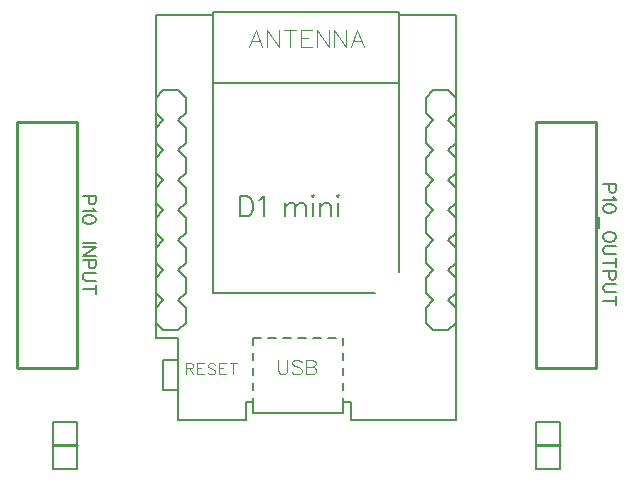
<source format=gto>
G04 Layer: TopSilkscreenLayer*
G04 EasyEDA v6.5.22, 2023-02-12 11:26:09*
G04 89482fe2ee7e448c8a158914ca70a71c,57889503967a4714bf52c07adae62c9a,10*
G04 Gerber Generator version 0.2*
G04 Scale: 100 percent, Rotated: No, Reflected: No *
G04 Dimensions in millimeters *
G04 leading zeros omitted , absolute positions ,4 integer and 5 decimal *
%FSLAX45Y45*%
%MOMM*%

%ADD10C,0.1524*%
%ADD11C,0.1219*%
%ADD12C,0.1422*%
%ADD13C,0.0813*%
%ADD14C,0.1016*%
%ADD15C,0.2540*%
%ADD16C,0.2032*%
%ADD17C,0.1270*%
%ADD18C,0.0109*%

%LPD*%
D10*
X6020013Y6910542D02*
G01*
X5911047Y6910542D01*
X6020013Y6910542D02*
G01*
X6020013Y6863806D01*
X6014933Y6848058D01*
X6009853Y6842978D01*
X5999439Y6837644D01*
X5983691Y6837644D01*
X5973277Y6842978D01*
X5968197Y6848058D01*
X5962863Y6863806D01*
X5962863Y6910542D01*
X5999439Y6803354D02*
G01*
X6004519Y6793194D01*
X6020013Y6777446D01*
X5911047Y6777446D01*
X6020013Y6711914D02*
G01*
X6014933Y6727662D01*
X5999439Y6738076D01*
X5973277Y6743156D01*
X5957783Y6743156D01*
X5931875Y6738076D01*
X5916127Y6727662D01*
X5911047Y6711914D01*
X5911047Y6701754D01*
X5916127Y6686006D01*
X5931875Y6675592D01*
X5957783Y6670512D01*
X5973277Y6670512D01*
X5999439Y6675592D01*
X6014933Y6686006D01*
X6020013Y6701754D01*
X6020013Y6711914D01*
X5874725Y6636222D02*
G01*
X5874725Y6542750D01*
X6020013Y6477218D02*
G01*
X6014933Y6487632D01*
X6004519Y6498046D01*
X5994105Y6503126D01*
X5978611Y6508460D01*
X5952703Y6508460D01*
X5936955Y6503126D01*
X5926541Y6498046D01*
X5916127Y6487632D01*
X5911047Y6477218D01*
X5911047Y6456390D01*
X5916127Y6445976D01*
X5926541Y6435562D01*
X5936955Y6430482D01*
X5952703Y6425148D01*
X5978611Y6425148D01*
X5994105Y6430482D01*
X6004519Y6435562D01*
X6014933Y6445976D01*
X6020013Y6456390D01*
X6020013Y6477218D01*
X6020013Y6390858D02*
G01*
X5942289Y6390858D01*
X5926541Y6385778D01*
X5916127Y6375364D01*
X5911047Y6359870D01*
X5911047Y6349456D01*
X5916127Y6333708D01*
X5926541Y6323294D01*
X5942289Y6318214D01*
X6020013Y6318214D01*
X6020013Y6247602D02*
G01*
X5911047Y6247602D01*
X6020013Y6283924D02*
G01*
X6020013Y6211280D01*
X6020013Y6176990D02*
G01*
X5911047Y6176990D01*
X6020013Y6176990D02*
G01*
X6020013Y6130254D01*
X6014933Y6114506D01*
X6009853Y6109426D01*
X5999439Y6104092D01*
X5983691Y6104092D01*
X5973277Y6109426D01*
X5968197Y6114506D01*
X5962863Y6130254D01*
X5962863Y6176990D01*
X6020013Y6069802D02*
G01*
X5942289Y6069802D01*
X5926541Y6064722D01*
X5916127Y6054308D01*
X5911047Y6038814D01*
X5911047Y6028400D01*
X5916127Y6012652D01*
X5926541Y6002238D01*
X5942289Y5997158D01*
X6020013Y5997158D01*
X6020013Y5926546D02*
G01*
X5911047Y5926546D01*
X6020013Y5962868D02*
G01*
X6020013Y5890224D01*
D11*
X2969199Y8218170D02*
G01*
X2913827Y8072881D01*
X2969199Y8218170D02*
G01*
X3024571Y8072881D01*
X2934655Y8121395D02*
G01*
X3003997Y8121395D01*
X3070291Y8218170D02*
G01*
X3070291Y8072881D01*
X3070291Y8218170D02*
G01*
X3167319Y8072881D01*
X3167319Y8218170D02*
G01*
X3167319Y8072881D01*
X3261553Y8218170D02*
G01*
X3261553Y8072881D01*
X3213039Y8218170D02*
G01*
X3310067Y8218170D01*
X3355787Y8218170D02*
G01*
X3355787Y8072881D01*
X3355787Y8218170D02*
G01*
X3445957Y8218170D01*
X3355787Y8149081D02*
G01*
X3411159Y8149081D01*
X3355787Y8072881D02*
G01*
X3445957Y8072881D01*
X3491677Y8218170D02*
G01*
X3491677Y8072881D01*
X3491677Y8218170D02*
G01*
X3588451Y8072881D01*
X3588451Y8218170D02*
G01*
X3588451Y8072881D01*
X3634171Y8218170D02*
G01*
X3634171Y8072881D01*
X3634171Y8218170D02*
G01*
X3731199Y8072881D01*
X3731199Y8218170D02*
G01*
X3731199Y8072881D01*
X3832291Y8218170D02*
G01*
X3776919Y8072881D01*
X3832291Y8218170D02*
G01*
X3887917Y8072881D01*
X3797747Y8121395D02*
G01*
X3867089Y8121395D01*
D12*
X2833817Y6808723D02*
G01*
X2833817Y6639052D01*
X2833817Y6808723D02*
G01*
X2890459Y6808723D01*
X2914589Y6800850D01*
X2930845Y6784594D01*
X2938973Y6768337D01*
X2946847Y6744208D01*
X2946847Y6703821D01*
X2938973Y6679437D01*
X2930845Y6663436D01*
X2914589Y6647179D01*
X2890459Y6639052D01*
X2833817Y6639052D01*
X3000187Y6776465D02*
G01*
X3016443Y6784594D01*
X3040827Y6808723D01*
X3040827Y6639052D01*
X3218627Y6752336D02*
G01*
X3218627Y6639052D01*
X3218627Y6719823D02*
G01*
X3242757Y6744208D01*
X3259013Y6752336D01*
X3283143Y6752336D01*
X3299399Y6744208D01*
X3307527Y6719823D01*
X3307527Y6639052D01*
X3307527Y6719823D02*
G01*
X3331657Y6744208D01*
X3347913Y6752336D01*
X3372043Y6752336D01*
X3388299Y6744208D01*
X3396427Y6719823D01*
X3396427Y6639052D01*
X3449767Y6808723D02*
G01*
X3457641Y6800850D01*
X3465769Y6808723D01*
X3457641Y6816852D01*
X3449767Y6808723D01*
X3457641Y6752336D02*
G01*
X3457641Y6639052D01*
X3519109Y6752336D02*
G01*
X3519109Y6639052D01*
X3519109Y6719823D02*
G01*
X3543493Y6744208D01*
X3559495Y6752336D01*
X3583879Y6752336D01*
X3599881Y6744208D01*
X3608009Y6719823D01*
X3608009Y6639052D01*
X3661349Y6808723D02*
G01*
X3669477Y6800850D01*
X3677605Y6808723D01*
X3669477Y6816852D01*
X3661349Y6808723D01*
X3669477Y6752336D02*
G01*
X3669477Y6639052D01*
D13*
X2377887Y5398515D02*
G01*
X2377887Y5301487D01*
X2377887Y5398515D02*
G01*
X2419543Y5398515D01*
X2433259Y5393689D01*
X2437831Y5389118D01*
X2442657Y5379973D01*
X2442657Y5370829D01*
X2437831Y5361431D01*
X2433259Y5356860D01*
X2419543Y5352287D01*
X2377887Y5352287D01*
X2410145Y5352287D02*
G01*
X2442657Y5301487D01*
X2473137Y5398515D02*
G01*
X2473137Y5301487D01*
X2473137Y5398515D02*
G01*
X2533081Y5398515D01*
X2473137Y5352287D02*
G01*
X2509967Y5352287D01*
X2473137Y5301487D02*
G01*
X2533081Y5301487D01*
X2628077Y5384545D02*
G01*
X2618933Y5393689D01*
X2605217Y5398515D01*
X2586675Y5398515D01*
X2572705Y5393689D01*
X2563561Y5384545D01*
X2563561Y5375402D01*
X2568133Y5366004D01*
X2572705Y5361431D01*
X2582103Y5356860D01*
X2609789Y5347715D01*
X2618933Y5342889D01*
X2623505Y5338318D01*
X2628077Y5329173D01*
X2628077Y5315204D01*
X2618933Y5306060D01*
X2605217Y5301487D01*
X2586675Y5301487D01*
X2572705Y5306060D01*
X2563561Y5315204D01*
X2658557Y5398515D02*
G01*
X2658557Y5301487D01*
X2658557Y5398515D02*
G01*
X2718755Y5398515D01*
X2658557Y5352287D02*
G01*
X2695641Y5352287D01*
X2658557Y5301487D02*
G01*
X2718755Y5301487D01*
X2781493Y5398515D02*
G01*
X2781493Y5301487D01*
X2749235Y5398515D02*
G01*
X2813751Y5398515D01*
D14*
X3158937Y5424170D02*
G01*
X3158937Y5337555D01*
X3164779Y5320029D01*
X3176209Y5308600D01*
X3193481Y5302757D01*
X3205165Y5302757D01*
X3222437Y5308600D01*
X3233867Y5320029D01*
X3239709Y5337555D01*
X3239709Y5424170D01*
X3358581Y5406644D02*
G01*
X3347151Y5418328D01*
X3329879Y5424170D01*
X3306765Y5424170D01*
X3289493Y5418328D01*
X3277809Y5406644D01*
X3277809Y5395213D01*
X3283651Y5383529D01*
X3289493Y5377942D01*
X3300923Y5372100D01*
X3335467Y5360670D01*
X3347151Y5354828D01*
X3352993Y5348986D01*
X3358581Y5337555D01*
X3358581Y5320029D01*
X3347151Y5308600D01*
X3329879Y5302757D01*
X3306765Y5302757D01*
X3289493Y5308600D01*
X3277809Y5320029D01*
X3396681Y5424170D02*
G01*
X3396681Y5302757D01*
X3396681Y5424170D02*
G01*
X3448751Y5424170D01*
X3466023Y5418328D01*
X3471865Y5412486D01*
X3477707Y5401055D01*
X3477707Y5389371D01*
X3471865Y5377942D01*
X3466023Y5372100D01*
X3448751Y5366257D01*
X3396681Y5366257D02*
G01*
X3448751Y5366257D01*
X3466023Y5360670D01*
X3471865Y5354828D01*
X3477707Y5343144D01*
X3477707Y5325871D01*
X3471865Y5314442D01*
X3466023Y5308600D01*
X3448751Y5302757D01*
X3396681Y5302757D01*
D10*
X1615363Y6815152D02*
G01*
X1506143Y6815152D01*
X1615363Y6815152D02*
G01*
X1615363Y6768416D01*
X1610029Y6752668D01*
X1604949Y6747588D01*
X1594535Y6742254D01*
X1579041Y6742254D01*
X1568627Y6747588D01*
X1563293Y6752668D01*
X1558213Y6768416D01*
X1558213Y6815152D01*
X1594535Y6707964D02*
G01*
X1599869Y6697550D01*
X1615363Y6682056D01*
X1506143Y6682056D01*
X1615363Y6616524D02*
G01*
X1610029Y6632272D01*
X1594535Y6642686D01*
X1568627Y6647766D01*
X1552879Y6647766D01*
X1526971Y6642686D01*
X1511477Y6632272D01*
X1506143Y6616524D01*
X1506143Y6606110D01*
X1511477Y6590616D01*
X1526971Y6580202D01*
X1552879Y6575122D01*
X1568627Y6575122D01*
X1594535Y6580202D01*
X1610029Y6590616D01*
X1615363Y6606110D01*
X1615363Y6616524D01*
X1469821Y6540832D02*
G01*
X1469821Y6447106D01*
X1615363Y6412816D02*
G01*
X1506143Y6412816D01*
X1615363Y6378526D02*
G01*
X1506143Y6378526D01*
X1615363Y6378526D02*
G01*
X1506143Y6305882D01*
X1615363Y6305882D02*
G01*
X1506143Y6305882D01*
X1615363Y6271592D02*
G01*
X1506143Y6271592D01*
X1615363Y6271592D02*
G01*
X1615363Y6224856D01*
X1610029Y6209362D01*
X1604949Y6204028D01*
X1594535Y6198948D01*
X1579041Y6198948D01*
X1568627Y6204028D01*
X1563293Y6209362D01*
X1558213Y6224856D01*
X1558213Y6271592D01*
X1615363Y6164658D02*
G01*
X1537385Y6164658D01*
X1521891Y6159324D01*
X1511477Y6148910D01*
X1506143Y6133416D01*
X1506143Y6123002D01*
X1511477Y6107508D01*
X1521891Y6097094D01*
X1537385Y6091760D01*
X1615363Y6091760D01*
X1615363Y6021148D02*
G01*
X1506143Y6021148D01*
X1615363Y6057470D02*
G01*
X1615363Y5984826D01*
D15*
X5853988Y7441384D02*
G01*
X5853988Y5359379D01*
X5853988Y5359379D02*
G01*
X5345988Y5359379D01*
X5853988Y7441387D02*
G01*
X5345988Y7441387D01*
X5345988Y7441387D02*
G01*
X5345988Y5359379D01*
X1453995Y4700193D02*
G01*
X1251455Y4700193D01*
D16*
X1453995Y4899050D02*
G01*
X1453995Y4498390D01*
X1251455Y4498390D01*
X1251455Y4899050D01*
X1453995Y4899050D01*
D15*
X5548528Y4700193D02*
G01*
X5345988Y4700193D01*
D16*
X5548528Y4899050D02*
G01*
X5548528Y4498390D01*
X5345988Y4498390D01*
X5345988Y4899050D01*
X5548528Y4899050D01*
D17*
X2123887Y6883400D02*
G01*
X2187387Y6946900D01*
X2123887Y7010400D01*
X2123887Y7137400D01*
X2187387Y7200900D01*
X2123887Y7264400D01*
X2123887Y7391400D01*
X2187387Y7454900D01*
X2123887Y7518400D01*
X2123887Y7645400D01*
X2187387Y7708900D01*
X2314387Y7708900D01*
X2377887Y7645400D01*
X2377887Y7518400D01*
X2314387Y7454900D01*
X2377887Y7391400D01*
X2377887Y7264400D01*
X2314387Y7200900D01*
X2377887Y7137400D01*
X2377887Y7010400D01*
X2314387Y6946900D01*
X2377887Y6883400D01*
X2377887Y6756400D01*
X2314387Y6692900D01*
X2377887Y6629400D01*
X2377887Y6502400D01*
X2314387Y6438900D01*
X2377887Y6375400D01*
X2377887Y6248400D01*
X2314387Y6184900D01*
X2377887Y6121400D01*
X2377887Y5994400D01*
X2314387Y5930900D01*
X2377887Y5867400D01*
X2377887Y5740400D01*
X2314387Y5676900D01*
X2187387Y5676900D01*
X2123887Y5740400D01*
X2123887Y6756400D02*
G01*
X2187387Y6692900D01*
X2123887Y6629400D01*
X2123887Y6502400D02*
G01*
X2187387Y6438900D01*
X2123887Y6375400D01*
X2123887Y6248400D02*
G01*
X2187387Y6184900D01*
X2123887Y6121400D01*
X2123887Y5994400D02*
G01*
X2187387Y5930900D01*
X2123887Y5867400D01*
X2123887Y7645400D02*
G01*
X2123887Y8343900D01*
X2606487Y8343900D01*
X2606487Y7772400D01*
X4181287Y7772400D01*
X4181287Y6172200D01*
X4181287Y7772400D02*
G01*
X4181287Y8343900D01*
X4663887Y8343900D01*
X4663887Y7645400D01*
X4663887Y7518400D01*
X4663887Y7391400D01*
X4663887Y7264400D01*
X4663887Y7137400D01*
X4663887Y7010400D01*
X4663887Y4914900D01*
X3774887Y4914900D01*
X3774887Y5067300D01*
X3711387Y5067300D01*
X3711387Y5105400D01*
X2123887Y7137400D02*
G01*
X2123887Y7264400D01*
X2123887Y7391400D02*
G01*
X2123887Y7518400D01*
X4663887Y7010400D02*
G01*
X4600387Y6946900D01*
X4663887Y6883400D01*
X4663887Y6756400D02*
G01*
X4600387Y6692900D01*
X4663887Y6629400D01*
X4663887Y6502400D02*
G01*
X4600387Y6438900D01*
X4663887Y6375400D01*
X4663887Y6248400D02*
G01*
X4600387Y6184900D01*
X4663887Y6121400D01*
X4663887Y5994400D02*
G01*
X4600387Y5930900D01*
X4663887Y5867400D01*
X4663887Y5740400D02*
G01*
X4600387Y5676900D01*
X4473387Y5676900D01*
X4409887Y5740400D01*
X4409887Y5867400D01*
X4473387Y5930900D01*
X4409887Y5994400D01*
X4409887Y6121400D01*
X4473387Y6184900D01*
X4409887Y6248400D01*
X4409887Y6375400D01*
X4473387Y6438900D01*
X4409887Y6502400D01*
X4409887Y6629400D01*
X4473387Y6692900D01*
X4409887Y6756400D01*
X4409887Y6883400D01*
X4473387Y6946900D01*
X4409887Y7010400D01*
X4409887Y7137400D01*
X4473387Y7200900D01*
X4409887Y7264400D01*
X4409887Y7391400D01*
X4473387Y7454900D01*
X4409887Y7518400D01*
X4409887Y7645400D01*
X4473387Y7708900D01*
X4600387Y7708900D01*
X4663887Y7645400D01*
X4663887Y7518400D02*
G01*
X4600387Y7454900D01*
X4663887Y7391400D01*
X4663887Y7264400D02*
G01*
X4600387Y7200900D01*
X4663887Y7137400D01*
X2123887Y7010400D02*
G01*
X2123887Y5613400D01*
X2314387Y5613400D01*
X2314387Y5422900D01*
X2314387Y5168900D01*
X2314387Y4914900D01*
X2885887Y4914900D01*
X2885887Y5067300D01*
X2949387Y5067300D01*
X2949387Y5105400D01*
X2314387Y5422900D02*
G01*
X2187387Y5422900D01*
X2187387Y5168900D01*
X2314387Y5168900D01*
X2949387Y5067300D02*
G01*
X2949387Y4978400D01*
X3711387Y4978400D01*
X3711387Y5067300D01*
X3012887Y5613400D02*
G01*
X2949387Y5613400D01*
X2949387Y5549900D01*
X2949387Y5486400D02*
G01*
X2949387Y5422900D01*
X2949387Y5359400D02*
G01*
X2949387Y5295900D01*
X2949387Y5232400D02*
G01*
X2949387Y5168900D01*
X3076387Y5613400D02*
G01*
X3139887Y5613400D01*
X3203387Y5613400D02*
G01*
X3266887Y5613400D01*
X3330387Y5613400D02*
G01*
X3393887Y5613400D01*
X3457387Y5613400D02*
G01*
X3520887Y5613400D01*
X3584387Y5613400D02*
G01*
X3647887Y5613400D01*
X3711387Y5613400D02*
G01*
X3711387Y5549900D01*
X3711387Y5486400D02*
G01*
X3711387Y5422900D01*
X3711387Y5359400D02*
G01*
X3711387Y5295900D01*
X3711387Y5232400D02*
G01*
X3711387Y5168900D01*
X2606487Y8343900D02*
G01*
X2606487Y8369300D01*
X4181287Y8369300D01*
X4181287Y8343900D01*
X2606487Y7772400D02*
G01*
X2606487Y5994400D01*
X3978087Y5994400D01*
D15*
X945997Y7441387D02*
G01*
X1453997Y7441387D01*
X1453997Y5358587D01*
X945997Y5358587D01*
X945997Y7441387D01*
M02*

</source>
